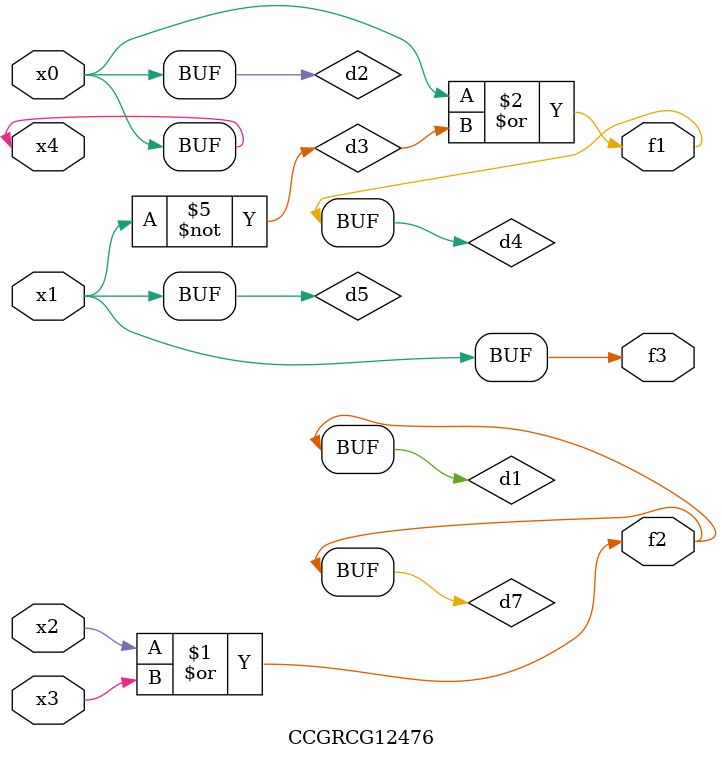
<source format=v>
module CCGRCG12476(
	input x0, x1, x2, x3, x4,
	output f1, f2, f3
);

	wire d1, d2, d3, d4, d5, d6, d7;

	or (d1, x2, x3);
	buf (d2, x0, x4);
	not (d3, x1);
	or (d4, d2, d3);
	not (d5, d3);
	nand (d6, d1, d3);
	or (d7, d1);
	assign f1 = d4;
	assign f2 = d7;
	assign f3 = d5;
endmodule

</source>
